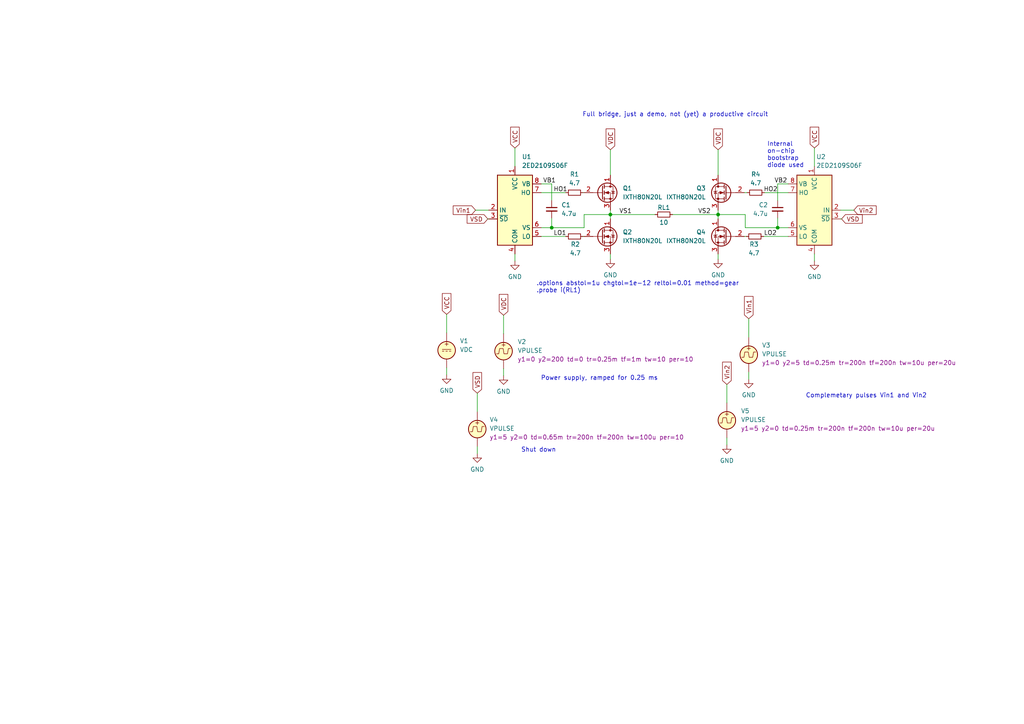
<source format=kicad_sch>
(kicad_sch (version 20231120) (generator "eeschema") (generator_version "8.0")
  (paper "A4")
  (title_block (title "200 V, 20 A full bridge with half-bridge drivers") (date "2022-05-31") (comment 2 "Model for 2109 adapted for ngspice") (comment 3 "Just a demo, not a productive circuit"))
  (lib_symbols
    (symbol "Device:C_Small" (pin_numbers hide) (pin_names (offset 0.254) hide)
      (property "Reference" "C" (at 0.254 1.778 0))
      (property "Value" "C_Small" (at 0.254 -2.032 0))
      (symbol "C_Small_0_1"
        (polyline (pts (xy -1.524 -0.508) (xy 1.524 -0.508)) (stroke (width 0.3302)))
        (polyline (pts (xy -1.524 0.508) (xy 1.524 0.508)) (stroke (width 0.3048)))
      )
      (symbol "C_Small_1_1"
        (pin passive line (at 0 2.54 270) (length 2.032) (name "~") (number "1"))
        (pin passive line (at 0 -2.54 90) (length 2.032) (name "~") (number "2"))
      )
    )
    (symbol "Device:Q_NMOS_DGS" (pin_names (offset 0) hide)
      (property "Reference" "Q" (at 5.08 1.27 0))
      (property "Value" "Q_NMOS_DGS" (at 5.08 -1.27 0))
      (symbol "Q_NMOS_DGS_0_1"
        (polyline (pts (xy 0.254 0) (xy -2.54 0)))
        (polyline (pts (xy 0.254 1.905) (xy 0.254 -1.905)) (stroke (width 0.254)))
        (polyline (pts (xy 0.762 -1.27) (xy 0.762 -2.286)) (stroke (width 0.254)))
        (polyline (pts (xy 0.762 0.508) (xy 0.762 -0.508)) (stroke (width 0.254)))
        (polyline (pts (xy 0.762 2.286) (xy 0.762 1.27)) (stroke (width 0.254)))
        (polyline (pts (xy 2.54 2.54) (xy 2.54 1.778)))
        (polyline (pts (xy 2.54 -2.54) (xy 2.54 0) (xy 0.762 0)))
        (polyline (pts (xy 0.762 -1.778) (xy 3.302 -1.778) (xy 3.302 1.778) (xy 0.762 1.778)))
        (polyline (pts (xy 1.016 0) (xy 2.032 0.381) (xy 2.032 -0.381) (xy 1.016 0)) (fill (type outline)))
        (polyline (pts (xy 2.794 0.508) (xy 2.921 0.381) (xy 3.683 0.381) (xy 3.81 0.254)))
        (polyline (pts (xy 3.302 0.381) (xy 2.921 -0.254) (xy 3.683 -0.254) (xy 3.302 0.381)))
        (circle (center 1.651 0) (radius 2.794) (stroke (width 0.254)))
        (circle (center 2.54 -1.778) (radius 0.254) (fill (type outline)))
        (circle (center 2.54 1.778) (radius 0.254) (fill (type outline)))
      )
      (symbol "Q_NMOS_DGS_1_1"
        (pin passive line (at 2.54 5.08 270) (length 2.54) (name "D") (number "1"))
        (pin input line (at -5.08 0 0) (length 2.54) (name "G") (number "2"))
        (pin passive line (at 2.54 -5.08 90) (length 2.54) (name "S") (number "3"))
      )
    )
    (symbol "Device:R_Small" (pin_numbers hide) (pin_names (offset 0.254) hide)
      (property "Reference" "R" (at 0.762 0.508 0))
      (property "Value" "R_Small" (at 0.762 -1.016 0))
      (symbol "R_Small_0_1"
        (rectangle (start -0.762 1.778) (end 0.762 -1.778) (stroke (width 0.2032)))
      )
      (symbol "R_Small_1_1"
        (pin passive line (at 0 2.54 270) (length 0.762) (name "~") (number "1"))
        (pin passive line (at 0 -2.54 90) (length 0.762) (name "~") (number "2"))
      )
    )
    (symbol "Driver_FET:IR2109"
      (property "Reference" "U" (at 1.27 13.335 0))
      (property "Value" "IR2109" (at 1.27 11.43 0))
      (symbol "IR2109_0_1"
        (rectangle (start -5.08 -10.16) (end 5.08 10.16) (stroke (width 0.254)) (fill (type background)))
      )
      (symbol "IR2109_1_1"
        (pin power_in line (at 0 12.7 270) (length 2.54) (name "VCC") (number "1"))
        (pin input line (at -7.62 0 0) (length 2.54) (name "IN") (number "2"))
        (pin input line (at -7.62 -2.54 0) (length 2.54) (name "~{SD}") (number "3"))
        (pin power_in line (at 0 -12.7 90) (length 2.54) (name "COM") (number "4"))
        (pin output line (at 7.62 -7.62 180) (length 2.54) (name "LO") (number "5"))
        (pin passive line (at 7.62 -5.08 180) (length 2.54) (name "VS") (number "6"))
        (pin output line (at 7.62 5.08 180) (length 2.54) (name "HO") (number "7"))
        (pin passive line (at 7.62 7.62 180) (length 2.54) (name "VB") (number "8"))
      )
    )
    (symbol "Simulation_SPICE:VDC" (pin_numbers hide) (pin_names (offset 0.0254))
      (property "Reference" "V" (at 2.54 2.54 0))
      (property "Value" "VDC" (at 2.54 0 0))
      (property "Spice_Model" "dc(1)" (at 2.54 -2.54 0))
      (symbol "VDC_0_0"
        (polyline (pts (xy -1.27 0.254) (xy 1.27 0.254)))
        (polyline (pts (xy -0.762 -0.254) (xy -1.27 -0.254)))
        (polyline (pts (xy 0.254 -0.254) (xy -0.254 -0.254)))
        (polyline (pts (xy 1.27 -0.254) (xy 0.762 -0.254)))
        (text "+" (at 0 1.905 0) (effects (font (size 1.27 1.27))))
      )
      (symbol "VDC_0_1"
        (circle (center 0 0) (radius 2.54) (stroke (width 0.254)) (fill (type background)))
      )
      (symbol "VDC_1_1"
        (pin passive line (at 0 5.08 270) (length 2.54) (name "~") (number "1"))
        (pin passive line (at 0 -5.08 90) (length 2.54) (name "~") (number "2"))
      )
    )
    (symbol "Simulation_SPICE:VPULSE" (pin_numbers hide) (pin_names (offset 0.0254))
      (property "Reference" "V" (at 2.54 2.54 0))
      (property "Value" "VPULSE" (at 2.54 0 0))
      (property "Spice_Model" "pulse(0 1 2n 2n 2n 50n 100n)" (at 2.54 -2.54 0))
      (symbol "VPULSE_0_0"
        (polyline (pts (xy -2.032 -0.762) (xy -1.397 -0.762) (xy -1.143 0.762) (xy -0.127 0.762) (xy 0.127 -0.762) (xy 1.143 -0.762) (xy 1.397 0.762) (xy 2.032 0.762)))
        (text "+" (at 0 1.905 0) (effects (font (size 1.27 1.27))))
      )
      (symbol "VPULSE_0_1"
        (circle (center 0 0) (radius 2.54) (stroke (width 0.254)) (fill (type background)))
      )
      (symbol "VPULSE_1_1"
        (pin passive line (at 0 5.08 270) (length 2.54) (name "~") (number "1"))
        (pin passive line (at 0 -5.08 90) (length 2.54) (name "~") (number "2"))
      )
    )
    (symbol "power:GND" (power) (pin_names (offset 0))
      (property "Value" "GND" (at 0 -3.81 0))
      (symbol "GND_0_1"
        (polyline (pts (xy 0 0) (xy 0 -1.27) (xy 1.27 -1.27) (xy 0 -2.54) (xy -1.27 -1.27) (xy 0 -1.27)))
      )
      (symbol "GND_1_1"
        (pin power_in line (at 0 0 270) (length 0) hide (name "GND") (number "1"))
      )
    )
  )
  (junction (at 208.28 62.23))
  (junction (at 160.02 66.04))
  (junction (at 225.552 66.04))
  (junction (at 177.038 62.23))
  (wire (pts (xy 138.43 114.046) (xy 138.43 119.38)))
  (wire (pts (xy 146.05 91.44) (xy 146.05 96.774)))
  (wire (pts (xy 160.02 53.34) (xy 160.02 58.166)))
  (wire (pts (xy 177.038 43.434) (xy 177.038 50.8)))
  (wire (pts (xy 247.65 60.96) (xy 243.84 60.96)))
  (wire (pts (xy 177.038 60.96) (xy 177.038 62.23)))
  (wire (pts (xy 138.43 129.54) (xy 138.43 131.572)))
  (wire (pts (xy 208.28 43.434) (xy 208.28 50.8)))
  (wire (pts (xy 216.662 55.88) (xy 215.9 55.88)))
  (wire (pts (xy 160.02 66.04) (xy 169.418 66.04)))
  (wire (pts (xy 217.17 92.456) (xy 217.17 97.79)))
  (wire (pts (xy 169.164 55.88) (xy 169.418 55.88)))
  (wire (pts (xy 169.164 68.58) (xy 169.418 68.58)))
  (wire (pts (xy 177.038 62.23) (xy 177.038 63.5)))
  (wire (pts (xy 236.22 42.926) (xy 236.22 48.26)))
  (wire (pts (xy 169.418 62.23) (xy 169.418 66.04)))
  (wire (pts (xy 228.6 68.58) (xy 221.488 68.58)))
  (wire (pts (xy 129.54 91.186) (xy 129.54 96.52)))
  (wire (pts (xy 225.552 66.04) (xy 216.154 66.04)))
  (wire (pts (xy 149.352 42.926) (xy 149.352 48.26)))
  (wire (pts (xy 216.408 68.58) (xy 215.9 68.58)))
  (wire (pts (xy 216.154 62.23) (xy 216.154 66.04)))
  (wire (pts (xy 225.552 53.34) (xy 225.552 58.166)))
  (wire (pts (xy 141.478 63.5) (xy 141.732 63.5)))
  (wire (pts (xy 160.02 63.246) (xy 160.02 66.04)))
  (wire (pts (xy 129.54 106.68) (xy 129.54 108.712)))
  (wire (pts (xy 216.154 62.23) (xy 208.28 62.23)))
  (wire (pts (xy 156.972 66.04) (xy 160.02 66.04)))
  (wire (pts (xy 156.972 53.34) (xy 160.02 53.34)))
  (wire (pts (xy 236.22 73.66) (xy 236.22 75.692)))
  (wire (pts (xy 149.352 73.66) (xy 149.352 75.692)))
  (wire (pts (xy 146.05 106.934) (xy 146.05 108.966)))
  (wire (pts (xy 210.82 111.506) (xy 210.82 116.84)))
  (wire (pts (xy 228.6 55.88) (xy 221.742 55.88)))
  (wire (pts (xy 137.922 60.96) (xy 141.732 60.96)))
  (wire (pts (xy 228.6 66.04) (xy 225.552 66.04)))
  (wire (pts (xy 208.28 60.96) (xy 208.28 62.23)))
  (wire (pts (xy 208.28 73.66) (xy 208.28 75.184)))
  (wire (pts (xy 210.82 127) (xy 210.82 129.032)))
  (wire (pts (xy 208.28 62.23) (xy 208.28 63.5)))
  (wire (pts (xy 225.552 63.246) (xy 225.552 66.04)))
  (wire (pts (xy 156.972 68.58) (xy 164.084 68.58)))
  (wire (pts (xy 177.038 62.23) (xy 189.992 62.23)))
  (wire (pts (xy 195.072 62.23) (xy 208.28 62.23)))
  (wire (pts (xy 169.418 62.23) (xy 177.038 62.23)))
  (wire (pts (xy 244.094 63.5) (xy 243.84 63.5)))
  (wire (pts (xy 228.6 53.34) (xy 225.552 53.34)))
  (wire (pts (xy 156.972 55.88) (xy 164.084 55.88)))
  (wire (pts (xy 177.038 73.66) (xy 177.038 75.184)))
  (wire (pts (xy 217.17 107.95) (xy 217.17 109.982)))
  (text "Internal\non-chip \nbootstrap\ndiode used" (at 222.504 48.768 0) (effects (font (size 1.27 1.27)) (justify left bottom)))
  (text ".options abstol=1u chgtol=1e-12 reltol=0.01 method=gear\n.probe i(RL1)" (at 155.575 85.09 0) (effects (font (size 1.27 1.27)) (justify left bottom)))
  (text "Complemetary pulses Vin1 and Vin2" (at 233.68 115.57 0) (effects (font (size 1.27 1.27)) (justify left bottom)))
  (text "Full bridge, just a demo, not (yet) a productive circuit" (at 168.91 34.036 0) (effects (font (size 1.27 1.27)) (justify left bottom)))
  (text "Power supply, ramped for 0.25 ms" (at 156.845 110.49 0) (effects (font (size 1.27 1.27)) (justify left bottom)))
  (text "Shut down" (at 151.13 131.318 0) (effects (font (size 1.27 1.27)) (justify left bottom)))
  (label "HO1" (at 160.528 55.88 0))
  (label "VS2" (at 202.438 62.23 0))
  (label "HO2" (at 225.552 55.88 180))
  (label "VB1" (at 157.48 53.34 0))
  (label "LO1" (at 160.528 68.58 0))
  (label "VB2" (at 228.346 53.34 180))
  (label "VS1" (at 179.578 62.23 0))
  (label "LO2" (at 225.298 68.58 180))
  (global_label "VSD" (shape input) (at 244.094 63.5 0) (property "Intersheetrefs" "${INTERSHEET_REFS}" (effects (hide yes))))
  (global_label "Vin2" (shape input) (at 247.65 60.96 0) (property "Intersheetrefs" "${INTERSHEET_REFS}" (effects (hide yes))))
  (global_label "VSD" (shape input) (at 141.478 63.5 180) (property "Intersheetrefs" "${INTERSHEET_REFS}" (effects (hide yes))))
  (global_label "Vin1" (shape input) (at 217.17 92.456 90) (property "Intersheetrefs" "${INTERSHEET_REFS}" (effects (hide yes))))
  (global_label "VCC" (shape input) (at 129.54 91.186 90) (property "Intersheetrefs" "${INTERSHEET_REFS}" (effects (hide yes))))
  (global_label "VDC" (shape input) (at 177.038 43.434 90) (property "Intersheetrefs" "${INTERSHEET_REFS}" (effects (hide yes))))
  (global_label "Vin2" (shape input) (at 210.82 111.506 90) (property "Intersheetrefs" "${INTERSHEET_REFS}" (effects (hide yes))))
  (global_label "Vin1" (shape input) (at 137.922 60.96 180) (property "Intersheetrefs" "${INTERSHEET_REFS}" (effects (hide yes))))
  (global_label "VDC" (shape input) (at 146.05 91.44 90) (property "Intersheetrefs" "${INTERSHEET_REFS}" (effects (hide yes))))
  (global_label "VSD" (shape input) (at 138.43 114.046 90) (property "Intersheetrefs" "${INTERSHEET_REFS}" (effects (hide yes))))
  (global_label "VCC" (shape input) (at 149.352 42.926 90) (property "Intersheetrefs" "${INTERSHEET_REFS}" (effects (hide yes))))
  (global_label "VCC" (shape input) (at 236.22 42.926 90) (property "Intersheetrefs" "${INTERSHEET_REFS}" (effects (hide yes))))
  (global_label "VDC" (shape input) (at 208.28 43.434 90) (property "Intersheetrefs" "${INTERSHEET_REFS}" (effects (hide yes))))
  (symbol (lib_id "Simulation_SPICE:VPULSE") (at 138.43 124.46 0) (unit 1)
    (property "Reference" "V4" (at 141.986 121.7301 0) (effects (justify left)))
    (property "Value" "VPULSE" (at 141.986 124.2701 0) (effects (justify left)))
    (property "Sim.Device" "V" (effects (hide yes)))
    (property "Sim.Type" "PULSE" (effects (hide yes)))
    (property "Sim.Params" "y1=5 y2=0 td=0.65m tr=200n tf=200n tw=100u per=10" (at 141.986 126.8101 0) (effects (justify left)))
    (property "Sim.Pins" "1=+ 2=-" (effects (hide yes)))
  )
  (symbol (lib_id "power:GND") (at 208.28 75.184 0) (mirror y) (unit 1)
    (property "Reference" "#PWR07" (effects (hide yes)))
    (property "Value" "GND" (at 208.28 79.756 0))
  )
  (symbol (lib_id "Device:C_Small") (at 225.552 60.706 0) (mirror y) (unit 1)
    (property "Reference" "C2" (at 222.758 59.4422 0) (effects (justify left)))
    (property "Value" "4.7u" (at 222.758 61.9822 0) (effects (justify left)))
  )
  (symbol (lib_id "power:GND") (at 138.43 131.572 0) (unit 1)
    (property "Reference" "#PWR02" (effects (hide yes)))
    (property "Value" "GND" (at 138.43 136.144 0))
  )
  (symbol (lib_id "Simulation_SPICE:VDC") (at 129.54 101.6 0) (unit 1)
    (property "Reference" "V1" (at 133.35 98.8701 0) (effects (justify left)))
    (property "Value" "VDC" (at 133.35 101.4101 0) (effects (justify left)))
    (property "Sim.Device" "SPICE" (effects (hide yes)))
    (property "Sim.Params" "type=\"V\" model=\"15\" lib=\"\"" (effects (hide yes)))
    (property "Sim.Pins" "1=1 2=2" (effects (hide yes)))
  )
  (symbol (lib_id "power:GND") (at 210.82 129.032 0) (unit 1)
    (property "Reference" "#PWR08" (effects (hide yes)))
    (property "Value" "GND" (at 210.82 133.604 0))
  )
  (symbol (lib_id "Simulation_SPICE:VPULSE") (at 210.82 121.92 0) (unit 1)
    (property "Reference" "V5" (at 214.884 119.1901 0) (effects (justify left)))
    (property "Value" "VPULSE" (at 214.884 121.7301 0) (effects (justify left)))
    (property "Sim.Device" "V" (effects (hide yes)))
    (property "Sim.Type" "PULSE" (effects (hide yes)))
    (property "Sim.Params" "y1=5 y2=0 td=0.25m tr=200n tf=200n tw=10u per=20u" (at 214.884 124.2701 0) (effects (justify left)))
    (property "Sim.Pins" "1=+ 2=-" (effects (hide yes)))
  )
  (symbol (lib_id "power:GND") (at 146.05 108.966 0) (unit 1)
    (property "Reference" "#PWR05" (effects (hide yes)))
    (property "Value" "GND" (at 146.05 113.538 0))
  )
  (symbol (lib_id "power:GND") (at 129.54 108.712 0) (unit 1)
    (property "Reference" "#PWR04" (effects (hide yes)))
    (property "Value" "GND" (at 129.54 113.284 0))
  )
  (symbol (lib_id "Device:Q_NMOS_DGS") (at 210.82 55.88 0) (mirror y) (unit 1)
    (property "Reference" "Q3" (at 204.724 54.6099 0) (effects (justify left)))
    (property "Value" "IXTH80N20L" (at 204.724 57.1499 0) (effects (justify left)))
    (property "Sim.Library" "IXTH80N20L.lib" (effects (hide yes)))
    (property "Sim.Name" "IXTH80N20L" (effects (hide yes)))
    (property "Sim.Pins" "1=D 2=G 3=S" (effects (hide yes)))
  )
  (symbol (lib_id "Device:R_Small") (at 166.624 55.88 90) (unit 1)
    (property "Reference" "R1" (at 166.624 50.546 90))
    (property "Value" "4.7" (at 166.624 53.086 90))
  )
  (symbol (lib_id "power:GND") (at 236.22 75.692 0) (mirror y) (unit 1)
    (property "Reference" "#PWR09" (effects (hide yes)))
    (property "Value" "GND" (at 236.22 80.264 0))
  )
  (symbol (lib_id "power:GND") (at 177.038 75.184 0) (unit 1)
    (property "Reference" "#PWR03" (effects (hide yes)))
    (property "Value" "GND" (at 177.038 79.756 0))
  )
  (symbol (lib_id "power:GND") (at 149.352 75.692 0) (unit 1)
    (property "Reference" "#PWR01" (effects (hide yes)))
    (property "Value" "GND" (at 149.352 80.264 0))
  )
  (symbol (lib_id "Device:R_Small") (at 218.948 68.58 270) (mirror x) (unit 1)
    (property "Reference" "R3" (at 218.694 70.866 90))
    (property "Value" "4.7" (at 218.694 73.406 90))
  )
  (symbol (lib_id "Device:Q_NMOS_DGS") (at 210.82 68.58 0) (mirror y) (unit 1)
    (property "Reference" "Q4" (at 204.724 67.3099 0) (effects (justify left)))
    (property "Value" "IXTH80N20L" (at 204.724 69.8499 0) (effects (justify left)))
    (property "Sim.Library" "IXTH80N20L.lib" (effects (hide yes)))
    (property "Sim.Name" "IXTH80N20L" (effects (hide yes)))
    (property "Sim.Pins" "1=D 2=G 3=S" (effects (hide yes)))
  )
  (symbol (lib_id "Device:C_Small") (at 160.02 60.706 0) (unit 1)
    (property "Reference" "C1" (at 162.814 59.4422 0) (effects (justify left)))
    (property "Value" "4.7u" (at 162.814 61.9822 0) (effects (justify left)))
  )
  (symbol (lib_id "Device:Q_NMOS_DGS") (at 174.498 68.58 0) (unit 1)
    (property "Reference" "Q2" (at 180.594 67.3099 0) (effects (justify left)))
    (property "Value" "IXTH80N20L" (at 180.594 69.8499 0) (effects (justify left)))
    (property "Sim.Library" "IXTH80N20L.lib" (effects (hide yes)))
    (property "Sim.Name" "IXTH80N20L" (effects (hide yes)))
    (property "Sim.Pins" "1=D 2=G 3=S" (effects (hide yes)))
  )
  (symbol (lib_id "Simulation_SPICE:VPULSE") (at 146.05 101.854 0) (unit 1)
    (property "Reference" "V2" (at 150.114 99.1241 0) (effects (justify left)))
    (property "Value" "VPULSE" (at 150.114 101.6641 0) (effects (justify left)))
    (property "Sim.Device" "V" (effects (hide yes)))
    (property "Sim.Type" "PULSE" (effects (hide yes)))
    (property "Sim.Params" "y1=0 y2=200 td=0 tr=0.25m tf=1m tw=10 per=10" (at 150.114 104.2041 0) (effects (justify left)))
    (property "Sim.Pins" "1=+ 2=-" (effects (hide yes)))
  )
  (symbol (lib_id "Device:R_Small") (at 166.624 68.58 90) (unit 1)
    (property "Reference" "R2" (at 166.878 70.866 90))
    (property "Value" "4.7" (at 166.878 73.406 90))
  )
  (symbol (lib_id "Driver_FET:IR2109") (at 149.352 60.96 0) (unit 1)
    (property "Reference" "U1" (at 151.3714 45.466 0) (effects (justify left)))
    (property "Value" "2ED2109S06F" (at 151.3714 48.006 0) (effects (justify left)))
    (property "Datasheet" "https://www.infineon.com/dgdl/ir2109.pdf?fileId=5546d462533600a4015355c7e85b1679" (effects (hide yes)))
    (property "Sim.Device" "SPICE" (effects (hide yes)))
    (property "Sim.Params" "type=\"X\" model=\"2ED2109S06F\" lib=\"2ED2109S06F_ng.lib\"" (effects (hide yes)))
    (property "Sim.Pins" "5=1 7=2 4=3 2=4 1=5 8=6 6=7 3=8" (effects (hide yes)))
  )
  (symbol (lib_id "Device:R_Small") (at 219.202 55.88 270) (mirror x) (unit 1)
    (property "Reference" "R4" (at 219.202 50.546 90))
    (property "Value" "4.7" (at 219.202 53.086 90))
  )
  (symbol (lib_id "power:GND") (at 217.17 109.982 0) (unit 1)
    (property "Reference" "#PWR06" (effects (hide yes)))
    (property "Value" "GND" (at 217.17 114.554 0))
  )
  (symbol (lib_id "Simulation_SPICE:VPULSE") (at 217.17 102.87 0) (unit 1)
    (property "Reference" "V3" (at 220.98 100.1401 0) (effects (justify left)))
    (property "Value" "VPULSE" (at 220.98 102.6801 0) (effects (justify left)))
    (property "Sim.Device" "V" (effects (hide yes)))
    (property "Sim.Type" "PULSE" (effects (hide yes)))
    (property "Sim.Params" "y1=0 y2=5 td=0.25m tr=200n tf=200n tw=10u per=20u" (at 220.98 105.2201 0) (effects (justify left)))
    (property "Sim.Pins" "1=+ 2=-" (effects (hide yes)))
  )
  (symbol (lib_id "Device:Q_NMOS_DGS") (at 174.498 55.88 0) (unit 1)
    (property "Reference" "Q1" (at 180.594 54.6099 0) (effects (justify left)))
    (property "Value" "IXTH80N20L" (at 180.594 57.1499 0) (effects (justify left)))
    (property "Sim.Library" "IXTH80N20L.lib" (effects (hide yes)))
    (property "Sim.Name" "IXTH80N20L" (effects (hide yes)))
    (property "Sim.Pins" "1=D 2=G 3=S" (effects (hide yes)))
  )
  (symbol (lib_id "Driver_FET:IR2109") (at 236.22 60.96 0) (mirror y) (unit 1)
    (property "Reference" "U2" (at 236.7406 45.466 0) (effects (justify right)))
    (property "Value" "2ED2109S06F" (at 236.7406 48.006 0) (effects (justify right)))
    (property "Datasheet" "https://www.infineon.com/dgdl/ir2109.pdf?fileId=5546d462533600a4015355c7e85b1679" (effects (hide yes)))
    (property "Sim.Device" "SPICE" (effects (hide yes)))
    (property "Sim.Params" "type=\"X\" model=\"2ED2109S06F\" lib=\"2ED2109S06F_ng.lib\"" (effects (hide yes)))
    (property "Sim.Pins" "5=1 7=2 4=3 2=4 1=5 8=6 6=7 3=8" (effects (hide yes)))
  )
  (symbol (lib_id "Device:R_Small") (at 192.532 62.23 90) (unit 1)
    (property "Reference" "RL1" (at 192.532 60.198 90))
    (property "Value" "10" (at 192.532 64.516 90))
  )
)
</source>
